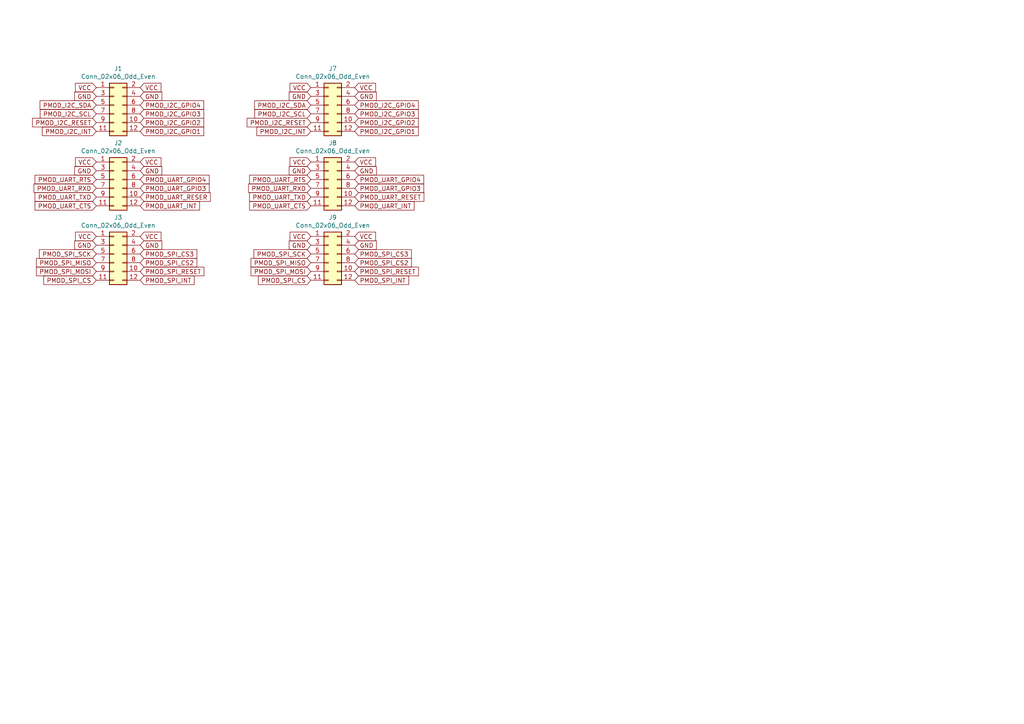
<source format=kicad_sch>
(kicad_sch (version 20211123) (generator eeschema)
  (paper "A4")
  (lib_symbols
    (symbol "Connector_Generic:Conn_02x06_Odd_Even" (pin_names (offset 1.016) hide)
      (property "Reference" "J" (at 1.27 7.62 0))
      (property "Value" "Conn_02x06_Odd_Even" (at 1.27 -10.16 0))
      (symbol "Conn_02x06_Odd_Even_1_1"
        (rectangle (start -1.27 -7.493) (end 0 -7.747) (stroke (width 0.1524)))
        (rectangle (start -1.27 -4.953) (end 0 -5.207) (stroke (width 0.1524)))
        (rectangle (start -1.27 -2.413) (end 0 -2.667) (stroke (width 0.1524)))
        (rectangle (start -1.27 0.127) (end 0 -0.127) (stroke (width 0.1524)))
        (rectangle (start -1.27 2.667) (end 0 2.413) (stroke (width 0.1524)))
        (rectangle (start -1.27 5.207) (end 0 4.953) (stroke (width 0.1524)))
        (rectangle (start -1.27 6.35) (end 3.81 -8.89) (stroke (width 0.254)) (fill (type background)))
        (rectangle (start 3.81 -7.493) (end 2.54 -7.747) (stroke (width 0.1524)))
        (rectangle (start 3.81 -4.953) (end 2.54 -5.207) (stroke (width 0.1524)))
        (rectangle (start 3.81 -2.413) (end 2.54 -2.667) (stroke (width 0.1524)))
        (rectangle (start 3.81 0.127) (end 2.54 -0.127) (stroke (width 0.1524)))
        (rectangle (start 3.81 2.667) (end 2.54 2.413) (stroke (width 0.1524)))
        (rectangle (start 3.81 5.207) (end 2.54 4.953) (stroke (width 0.1524)))
        (pin passive line (at -5.08 5.08 0) (length 3.81) (name "Pin_1") (number "1"))
        (pin passive line (at 7.62 -5.08 180) (length 3.81) (name "Pin_10") (number "10"))
        (pin passive line (at -5.08 -7.62 0) (length 3.81) (name "Pin_11") (number "11"))
        (pin passive line (at 7.62 -7.62 180) (length 3.81) (name "Pin_12") (number "12"))
        (pin passive line (at 7.62 5.08 180) (length 3.81) (name "Pin_2") (number "2"))
        (pin passive line (at -5.08 2.54 0) (length 3.81) (name "Pin_3") (number "3"))
        (pin passive line (at 7.62 2.54 180) (length 3.81) (name "Pin_4") (number "4"))
        (pin passive line (at -5.08 0 0) (length 3.81) (name "Pin_5") (number "5"))
        (pin passive line (at 7.62 0 180) (length 3.81) (name "Pin_6") (number "6"))
        (pin passive line (at -5.08 -2.54 0) (length 3.81) (name "Pin_7") (number "7"))
        (pin passive line (at 7.62 -2.54 180) (length 3.81) (name "Pin_8") (number "8"))
        (pin passive line (at -5.08 -5.08 0) (length 3.81) (name "Pin_9") (number "9"))
      )
    )
  )
  (global_label "PMOD_UART_TXD" (shape input) (at 27.94 57.15 180) (property "Intersheet-verwijzingen" "${INTERSHEET_REFS}" (effects hide)))
  (global_label "PMOD_UART_GPIO3" (shape input) (at 102.87 54.61 0) (property "Intersheet-verwijzingen" "${INTERSHEET_REFS}" (effects hide)))
  (global_label "PMOD_UART_GPIO4" (shape input) (at 40.64 52.07 0) (property "Intersheet-verwijzingen" "${INTERSHEET_REFS}" (effects hide)))
  (global_label "PMOD_I2C_GPIO3" (shape input) (at 102.87 33.02 0) (property "Intersheet-verwijzingen" "${INTERSHEET_REFS}" (effects hide)))
  (global_label "PMOD_SPI_MOSI" (shape input) (at 90.17 78.74 180) (property "Intersheet-verwijzingen" "${INTERSHEET_REFS}" (effects hide)))
  (global_label "VCC" (shape input) (at 40.64 68.58 0) (property "Intersheet-verwijzingen" "${INTERSHEET_REFS}" (effects hide)))
  (global_label "PMOD_I2C_RESET" (shape input) (at 27.94 35.56 180) (property "Intersheet-verwijzingen" "${INTERSHEET_REFS}" (effects hide)))
  (global_label "PMOD_UART_GPIO3" (shape input) (at 40.64 54.61 0) (property "Intersheet-verwijzingen" "${INTERSHEET_REFS}" (effects hide)))
  (global_label "GND" (shape input) (at 102.87 27.94 0) (property "Intersheet-verwijzingen" "${INTERSHEET_REFS}" (effects hide)))
  (global_label "PMOD_I2C_INT" (shape input) (at 27.94 38.1 180) (property "Intersheet-verwijzingen" "${INTERSHEET_REFS}" (effects hide)))
  (global_label "PMOD_UART_INT" (shape input) (at 102.87 59.69 0) (property "Intersheet-verwijzingen" "${INTERSHEET_REFS}" (effects hide)))
  (global_label "PMOD_SPI_CS2" (shape input) (at 40.64 76.2 0) (property "Intersheet-verwijzingen" "${INTERSHEET_REFS}" (effects hide)))
  (global_label "GND" (shape input) (at 90.17 27.94 180) (property "Intersheet-verwijzingen" "${INTERSHEET_REFS}" (effects hide)))
  (global_label "PMOD_SPI_CS" (shape input) (at 27.94 81.28 180) (property "Intersheet-verwijzingen" "${INTERSHEET_REFS}" (effects hide)))
  (global_label "VCC" (shape input) (at 40.64 25.4 0) (property "Intersheet-verwijzingen" "${INTERSHEET_REFS}" (effects hide)))
  (global_label "PMOD_UART_RESET" (shape input) (at 102.87 57.15 0) (property "Intersheet-verwijzingen" "${INTERSHEET_REFS}" (effects hide)))
  (global_label "GND" (shape input) (at 27.94 71.12 180) (property "Intersheet-verwijzingen" "${INTERSHEET_REFS}" (effects hide)))
  (global_label "PMOD_SPI_MOSI" (shape input) (at 27.94 78.74 180) (property "Intersheet-verwijzingen" "${INTERSHEET_REFS}" (effects hide)))
  (global_label "PMOD_UART_GPIO4" (shape input) (at 102.87 52.07 0) (property "Intersheet-verwijzingen" "${INTERSHEET_REFS}" (effects hide)))
  (global_label "PMOD_SPI_CS2" (shape input) (at 102.87 76.2 0) (property "Intersheet-verwijzingen" "${INTERSHEET_REFS}" (effects hide)))
  (global_label "PMOD_SPI_RESET" (shape input) (at 102.87 78.74 0) (property "Intersheet-verwijzingen" "${INTERSHEET_REFS}" (effects hide)))
  (global_label "GND" (shape input) (at 90.17 71.12 180) (property "Intersheet-verwijzingen" "${INTERSHEET_REFS}" (effects hide)))
  (global_label "PMOD_I2C_SCL" (shape input) (at 27.94 33.02 180) (property "Intersheet-verwijzingen" "${INTERSHEET_REFS}" (effects hide)))
  (global_label "GND" (shape input) (at 40.64 49.53 0) (property "Intersheet-verwijzingen" "${INTERSHEET_REFS}" (effects hide)))
  (global_label "PMOD_SPI_CS3" (shape input) (at 40.64 73.66 0) (property "Intersheet-verwijzingen" "${INTERSHEET_REFS}" (effects hide)))
  (global_label "PMOD_UART_RTS" (shape input) (at 27.94 52.07 180) (property "Intersheet-verwijzingen" "${INTERSHEET_REFS}" (effects hide)))
  (global_label "PMOD_I2C_SDA" (shape input) (at 90.17 30.48 180) (property "Intersheet-verwijzingen" "${INTERSHEET_REFS}" (effects hide)))
  (global_label "GND" (shape input) (at 102.87 49.53 0) (property "Intersheet-verwijzingen" "${INTERSHEET_REFS}" (effects hide)))
  (global_label "PMOD_I2C_GPIO2" (shape input) (at 102.87 35.56 0) (property "Intersheet-verwijzingen" "${INTERSHEET_REFS}" (effects hide)))
  (global_label "PMOD_UART_RESER" (shape input) (at 40.64 57.15 0) (property "Intersheet-verwijzingen" "${INTERSHEET_REFS}" (effects hide)))
  (global_label "PMOD_SPI_INT" (shape input) (at 40.64 81.28 0) (property "Intersheet-verwijzingen" "${INTERSHEET_REFS}" (effects hide)))
  (global_label "PMOD_UART_RXD" (shape input) (at 27.94 54.61 180) (property "Intersheet-verwijzingen" "${INTERSHEET_REFS}" (effects hide)))
  (global_label "PMOD_UART_RTS" (shape input) (at 90.17 52.07 180) (property "Intersheet-verwijzingen" "${INTERSHEET_REFS}" (effects hide)))
  (global_label "VCC" (shape input) (at 102.87 46.99 0) (property "Intersheet-verwijzingen" "${INTERSHEET_REFS}" (effects hide)))
  (global_label "PMOD_SPI_SCK" (shape input) (at 27.94 73.66 180) (property "Intersheet-verwijzingen" "${INTERSHEET_REFS}" (effects hide)))
  (global_label "PMOD_UART_TXD" (shape input) (at 90.17 57.15 180) (property "Intersheet-verwijzingen" "${INTERSHEET_REFS}" (effects hide)))
  (global_label "PMOD_SPI_MISO" (shape input) (at 90.17 76.2 180) (property "Intersheet-verwijzingen" "${INTERSHEET_REFS}" (effects hide)))
  (global_label "PMOD_I2C_GPIO2" (shape input) (at 40.64 35.56 0) (property "Intersheet-verwijzingen" "${INTERSHEET_REFS}" (effects hide)))
  (global_label "VCC" (shape input) (at 27.94 46.99 180) (property "Intersheet-verwijzingen" "${INTERSHEET_REFS}" (effects hide)))
  (global_label "VCC" (shape input) (at 90.17 68.58 180) (property "Intersheet-verwijzingen" "${INTERSHEET_REFS}" (effects hide)))
  (global_label "PMOD_I2C_SCL" (shape input) (at 90.17 33.02 180) (property "Intersheet-verwijzingen" "${INTERSHEET_REFS}" (effects hide)))
  (global_label "VCC" (shape input) (at 27.94 25.4 180) (property "Intersheet-verwijzingen" "${INTERSHEET_REFS}" (effects hide)))
  (global_label "VCC" (shape input) (at 102.87 68.58 0) (property "Intersheet-verwijzingen" "${INTERSHEET_REFS}" (effects hide)))
  (global_label "PMOD_SPI_SCK" (shape input) (at 90.17 73.66 180) (property "Intersheet-verwijzingen" "${INTERSHEET_REFS}" (effects hide)))
  (global_label "VCC" (shape input) (at 90.17 46.99 180) (property "Intersheet-verwijzingen" "${INTERSHEET_REFS}" (effects hide)))
  (global_label "PMOD_UART_CTS" (shape input) (at 90.17 59.69 180) (property "Intersheet-verwijzingen" "${INTERSHEET_REFS}" (effects hide)))
  (global_label "PMOD_UART_RXD" (shape input) (at 90.17 54.61 180) (property "Intersheet-verwijzingen" "${INTERSHEET_REFS}" (effects hide)))
  (global_label "GND" (shape input) (at 40.64 27.94 0) (property "Intersheet-verwijzingen" "${INTERSHEET_REFS}" (effects hide)))
  (global_label "PMOD_UART_INT" (shape input) (at 40.64 59.69 0) (property "Intersheet-verwijzingen" "${INTERSHEET_REFS}" (effects hide)))
  (global_label "PMOD_I2C_GPIO3" (shape input) (at 40.64 33.02 0) (property "Intersheet-verwijzingen" "${INTERSHEET_REFS}" (effects hide)))
  (global_label "VCC" (shape input) (at 27.94 68.58 180) (property "Intersheet-verwijzingen" "${INTERSHEET_REFS}" (effects hide)))
  (global_label "GND" (shape input) (at 27.94 27.94 180) (property "Intersheet-verwijzingen" "${INTERSHEET_REFS}" (effects hide)))
  (global_label "GND" (shape input) (at 102.87 71.12 0) (property "Intersheet-verwijzingen" "${INTERSHEET_REFS}" (effects hide)))
  (global_label "PMOD_I2C_SDA" (shape input) (at 27.94 30.48 180) (property "Intersheet-verwijzingen" "${INTERSHEET_REFS}" (effects hide)))
  (global_label "PMOD_I2C_GPIO4" (shape input) (at 40.64 30.48 0) (property "Intersheet-verwijzingen" "${INTERSHEET_REFS}" (effects hide)))
  (global_label "PMOD_I2C_GPIO1" (shape input) (at 102.87 38.1 0) (property "Intersheet-verwijzingen" "${INTERSHEET_REFS}" (effects hide)))
  (global_label "GND" (shape input) (at 40.64 71.12 0) (property "Intersheet-verwijzingen" "${INTERSHEET_REFS}" (effects hide)))
  (global_label "GND" (shape input) (at 90.17 49.53 180) (property "Intersheet-verwijzingen" "${INTERSHEET_REFS}" (effects hide)))
  (global_label "PMOD_I2C_RESET" (shape input) (at 90.17 35.56 180) (property "Intersheet-verwijzingen" "${INTERSHEET_REFS}" (effects hide)))
  (global_label "PMOD_I2C_GPIO1" (shape input) (at 40.64 38.1 0) (property "Intersheet-verwijzingen" "${INTERSHEET_REFS}" (effects hide)))
  (global_label "VCC" (shape input) (at 90.17 25.4 180) (property "Intersheet-verwijzingen" "${INTERSHEET_REFS}" (effects hide)))
  (global_label "PMOD_SPI_MISO" (shape input) (at 27.94 76.2 180) (property "Intersheet-verwijzingen" "${INTERSHEET_REFS}" (effects hide)))
  (global_label "PMOD_I2C_INT" (shape input) (at 90.17 38.1 180) (property "Intersheet-verwijzingen" "${INTERSHEET_REFS}" (effects hide)))
  (global_label "PMOD_SPI_INT" (shape input) (at 102.87 81.28 0) (property "Intersheet-verwijzingen" "${INTERSHEET_REFS}" (effects hide)))
  (global_label "PMOD_SPI_CS3" (shape input) (at 102.87 73.66 0) (property "Intersheet-verwijzingen" "${INTERSHEET_REFS}" (effects hide)))
  (global_label "PMOD_SPI_RESET" (shape input) (at 40.64 78.74 0) (property "Intersheet-verwijzingen" "${INTERSHEET_REFS}" (effects hide)))
  (global_label "VCC" (shape input) (at 40.64 46.99 0) (property "Intersheet-verwijzingen" "${INTERSHEET_REFS}" (effects hide)))
  (global_label "VCC" (shape input) (at 102.87 25.4 0) (property "Intersheet-verwijzingen" "${INTERSHEET_REFS}" (effects hide)))
  (global_label "PMOD_I2C_GPIO4" (shape input) (at 102.87 30.48 0) (property "Intersheet-verwijzingen" "${INTERSHEET_REFS}" (effects hide)))
  (global_label "GND" (shape input) (at 27.94 49.53 180) (property "Intersheet-verwijzingen" "${INTERSHEET_REFS}" (effects hide)))
  (global_label "PMOD_UART_CTS" (shape input) (at 27.94 59.69 180) (property "Intersheet-verwijzingen" "${INTERSHEET_REFS}" (effects hide)))
  (global_label "PMOD_SPI_CS" (shape input) (at 90.17 81.28 180) (property "Intersheet-verwijzingen" "${INTERSHEET_REFS}" (effects hide)))
  (symbol (lib_id "Connector_Generic:Conn_02x06_Odd_Even") (at 33.02 30.48 0)
    (property "Reference" "J1" (at 34.29 19.8882 0))
    (property "Value" "Conn_02x06_Odd_Even" (at 34.29 22.1996 0))
    (property "Footprint" "Connector_PinHeader_2.54mm:PinHeader_2x06_P2.54mm_Horizontal" (effects hide))
  )
  (symbol (lib_id "Connector_Generic:Conn_02x06_Odd_Even") (at 33.02 52.07 0)
    (property "Reference" "J2" (at 34.29 41.4782 0))
    (property "Value" "Conn_02x06_Odd_Even" (at 34.29 43.7896 0))
    (property "Footprint" "Connector_PinHeader_2.54mm:PinHeader_2x06_P2.54mm_Horizontal" (effects hide))
  )
  (symbol (lib_id "Connector_Generic:Conn_02x06_Odd_Even") (at 33.02 73.66 0)
    (property "Reference" "J3" (at 34.29 63.0682 0))
    (property "Value" "Conn_02x06_Odd_Even" (at 34.29 65.3796 0))
    (property "Footprint" "Connector_PinHeader_2.54mm:PinHeader_2x06_P2.54mm_Horizontal" (effects hide))
  )
  (symbol (lib_id "Connector_Generic:Conn_02x06_Odd_Even") (at 95.25 30.48 0)
    (property "Reference" "J7" (at 96.52 19.8882 0))
    (property "Value" "Conn_02x06_Odd_Even" (at 96.52 22.1996 0))
    (property "Footprint" "Connector_PinSocket_2.54mm:PinSocket_2x06_P2.54mm_Horizontal" (effects hide))
  )
  (symbol (lib_id "Connector_Generic:Conn_02x06_Odd_Even") (at 95.25 52.07 0)
    (property "Reference" "J8" (at 96.52 41.4782 0))
    (property "Value" "Conn_02x06_Odd_Even" (at 96.52 43.7896 0))
    (property "Footprint" "Connector_PinSocket_2.54mm:PinSocket_2x06_P2.54mm_Horizontal" (effects hide))
  )
  (symbol (lib_id "Connector_Generic:Conn_02x06_Odd_Even") (at 95.25 73.66 0)
    (property "Reference" "J9" (at 96.52 63.0682 0))
    (property "Value" "Conn_02x06_Odd_Even" (at 96.52 65.3796 0))
    (property "Footprint" "Connector_PinSocket_2.54mm:PinSocket_2x06_P2.54mm_Horizontal" (effects hide))
  )
)
</source>
